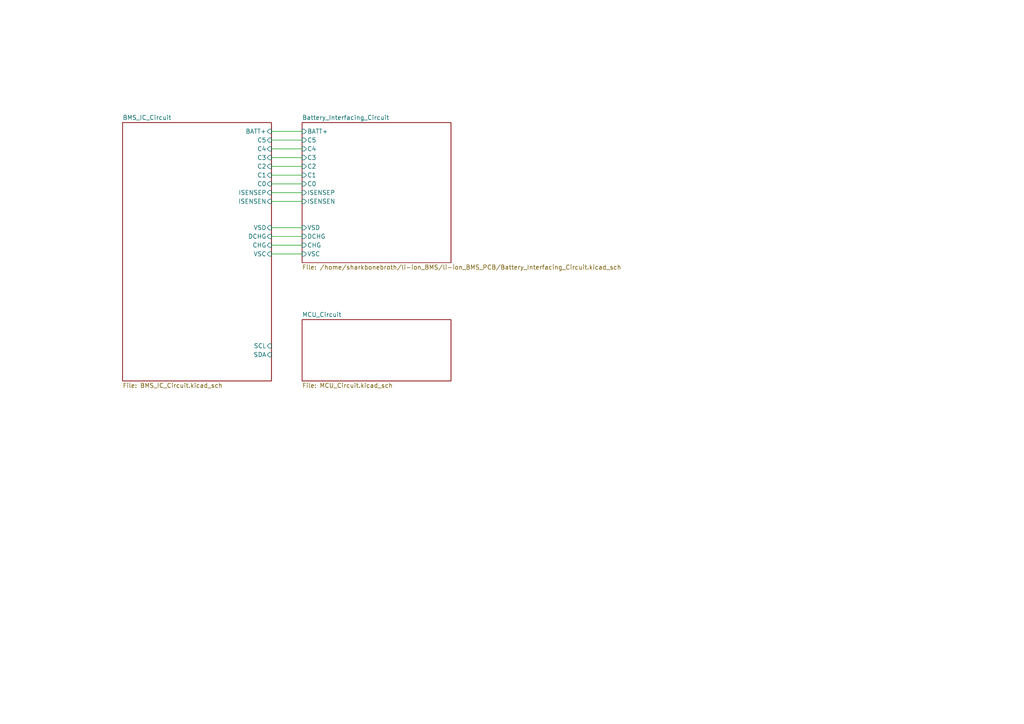
<source format=kicad_sch>
(kicad_sch
	(version 20231120)
	(generator "eeschema")
	(generator_version "8.0")
	(uuid "687b74a1-dab0-4ea7-bc7a-d8314bb038f6")
	(paper "A4")
	(lib_symbols)
	(wire
		(pts
			(xy 78.74 53.34) (xy 87.63 53.34)
		)
		(stroke
			(width 0)
			(type default)
		)
		(uuid "08da924d-2523-4411-a404-1e43cb5dcb97")
	)
	(wire
		(pts
			(xy 78.74 73.66) (xy 87.63 73.66)
		)
		(stroke
			(width 0)
			(type default)
		)
		(uuid "2446271a-a3ba-42f1-a75f-6f89cd2e2b1c")
	)
	(wire
		(pts
			(xy 78.74 48.26) (xy 87.63 48.26)
		)
		(stroke
			(width 0)
			(type default)
		)
		(uuid "24f19527-e65d-4c57-a5dc-c6bc351b6ead")
	)
	(wire
		(pts
			(xy 78.74 38.1) (xy 87.63 38.1)
		)
		(stroke
			(width 0)
			(type default)
		)
		(uuid "2966b542-bad7-4cc7-8074-c73f095a8c29")
	)
	(wire
		(pts
			(xy 78.74 45.72) (xy 87.63 45.72)
		)
		(stroke
			(width 0)
			(type default)
		)
		(uuid "65867e40-2071-4663-9156-e43182127e3c")
	)
	(wire
		(pts
			(xy 78.74 66.04) (xy 87.63 66.04)
		)
		(stroke
			(width 0)
			(type default)
		)
		(uuid "67f9d4a6-d165-4b82-9032-c52d5c39e0ba")
	)
	(wire
		(pts
			(xy 78.74 58.42) (xy 87.63 58.42)
		)
		(stroke
			(width 0)
			(type default)
		)
		(uuid "6bd9cfa8-6e7c-42be-bd7f-7d82d31d4307")
	)
	(wire
		(pts
			(xy 78.74 55.88) (xy 87.63 55.88)
		)
		(stroke
			(width 0)
			(type default)
		)
		(uuid "6fb4b10e-f872-49d5-a03b-5a82dd43698b")
	)
	(wire
		(pts
			(xy 78.74 43.18) (xy 87.63 43.18)
		)
		(stroke
			(width 0)
			(type default)
		)
		(uuid "8b1589f6-48c6-4128-aa1c-8d4a4cfbdb8e")
	)
	(wire
		(pts
			(xy 78.74 40.64) (xy 87.63 40.64)
		)
		(stroke
			(width 0)
			(type default)
		)
		(uuid "933cc0ba-73e7-48b5-804b-50c8b1454539")
	)
	(wire
		(pts
			(xy 78.74 68.58) (xy 87.63 68.58)
		)
		(stroke
			(width 0)
			(type default)
		)
		(uuid "986ff61f-31d0-48fc-ad30-3af9668a8232")
	)
	(wire
		(pts
			(xy 78.74 71.12) (xy 87.63 71.12)
		)
		(stroke
			(width 0)
			(type default)
		)
		(uuid "cc5fbf9f-fefa-4b33-9d20-52507e105453")
	)
	(wire
		(pts
			(xy 78.74 50.8) (xy 87.63 50.8)
		)
		(stroke
			(width 0)
			(type default)
		)
		(uuid "dbeceeff-69c0-402a-bc1b-675df1021ad5")
	)
	(sheet
		(at 35.56 35.56)
		(size 43.18 74.93)
		(fields_autoplaced yes)
		(stroke
			(width 0.1524)
			(type solid)
		)
		(fill
			(color 0 0 0 0.0000)
		)
		(uuid "7b826ee5-3be2-4e85-927f-bea35bc493f6")
		(property "Sheetname" "BMS_IC_Circuit"
			(at 35.56 34.8484 0)
			(effects
				(font
					(size 1.27 1.27)
				)
				(justify left bottom)
			)
		)
		(property "Sheetfile" "BMS_IC_Circuit.kicad_sch"
			(at 35.56 111.0746 0)
			(effects
				(font
					(size 1.27 1.27)
				)
				(justify left top)
			)
		)
		(pin "SDA" input
			(at 78.74 102.87 0)
			(effects
				(font
					(size 1.27 1.27)
				)
				(justify right)
			)
			(uuid "68c9d9b8-25d7-4a83-8da1-4b6364fa8edf")
		)
		(pin "SCL" input
			(at 78.74 100.33 0)
			(effects
				(font
					(size 1.27 1.27)
				)
				(justify right)
			)
			(uuid "5ba259c3-9e4d-4307-9741-c0793897ee1b")
		)
		(pin "C3" input
			(at 78.74 45.72 0)
			(effects
				(font
					(size 1.27 1.27)
				)
				(justify right)
			)
			(uuid "a64ace25-8a0e-4055-bcd4-4babaaa7ff09")
		)
		(pin "C5" input
			(at 78.74 40.64 0)
			(effects
				(font
					(size 1.27 1.27)
				)
				(justify right)
			)
			(uuid "85d4c28a-1e59-4844-b941-7cac8185ebb4")
		)
		(pin "BATT+" input
			(at 78.74 38.1 0)
			(effects
				(font
					(size 1.27 1.27)
				)
				(justify right)
			)
			(uuid "b4db3706-f44a-4352-a5b1-02a18f437508")
		)
		(pin "C4" input
			(at 78.74 43.18 0)
			(effects
				(font
					(size 1.27 1.27)
				)
				(justify right)
			)
			(uuid "a79bcb82-ad4b-41a8-b6a2-4463e41003ef")
		)
		(pin "ISENSEN" input
			(at 78.74 58.42 0)
			(effects
				(font
					(size 1.27 1.27)
				)
				(justify right)
			)
			(uuid "a69f090a-a5ea-4ec3-807c-940af268e7a6")
		)
		(pin "C2" input
			(at 78.74 48.26 0)
			(effects
				(font
					(size 1.27 1.27)
				)
				(justify right)
			)
			(uuid "86d8b411-dd7f-4b0e-96ee-97bceade04c0")
		)
		(pin "C1" input
			(at 78.74 50.8 0)
			(effects
				(font
					(size 1.27 1.27)
				)
				(justify right)
			)
			(uuid "965985a5-22a8-4b21-b1be-1e1505ce9046")
		)
		(pin "C0" input
			(at 78.74 53.34 0)
			(effects
				(font
					(size 1.27 1.27)
				)
				(justify right)
			)
			(uuid "af811cba-6f25-4110-95f3-14c3f2e77962")
		)
		(pin "ISENSEP" input
			(at 78.74 55.88 0)
			(effects
				(font
					(size 1.27 1.27)
				)
				(justify right)
			)
			(uuid "21f88889-5fd2-46df-b1b3-e6082de2e858")
		)
		(pin "VSD" input
			(at 78.74 66.04 0)
			(effects
				(font
					(size 1.27 1.27)
				)
				(justify right)
			)
			(uuid "9728b973-5d24-465a-a66d-49807169fe8d")
		)
		(pin "DCHG" input
			(at 78.74 68.58 0)
			(effects
				(font
					(size 1.27 1.27)
				)
				(justify right)
			)
			(uuid "73dfc633-08da-4a7e-8517-e3301deffbfe")
		)
		(pin "CHG" input
			(at 78.74 71.12 0)
			(effects
				(font
					(size 1.27 1.27)
				)
				(justify right)
			)
			(uuid "24b7fda8-b056-457b-8993-ac08530de4f0")
		)
		(pin "VSC" input
			(at 78.74 73.66 0)
			(effects
				(font
					(size 1.27 1.27)
				)
				(justify right)
			)
			(uuid "8a03433b-9786-4546-a0fe-4f0a8369650c")
		)
		(instances
			(project "li-ion_BMS_PCB"
				(path "/687b74a1-dab0-4ea7-bc7a-d8314bb038f6"
					(page "2")
				)
			)
		)
	)
	(sheet
		(at 87.63 92.71)
		(size 43.18 17.78)
		(fields_autoplaced yes)
		(stroke
			(width 0.1524)
			(type solid)
		)
		(fill
			(color 0 0 0 0.0000)
		)
		(uuid "b17c5014-9d35-4ee2-83a1-c521429ccae1")
		(property "Sheetname" "MCU_Circuit"
			(at 87.63 91.9984 0)
			(effects
				(font
					(size 1.27 1.27)
				)
				(justify left bottom)
			)
		)
		(property "Sheetfile" "MCU_Circuit.kicad_sch"
			(at 87.63 111.0746 0)
			(effects
				(font
					(size 1.27 1.27)
				)
				(justify left top)
			)
		)
		(instances
			(project "li-ion_BMS_PCB"
				(path "/687b74a1-dab0-4ea7-bc7a-d8314bb038f6"
					(page "3")
				)
			)
		)
	)
	(sheet
		(at 87.63 35.56)
		(size 43.18 40.64)
		(fields_autoplaced yes)
		(stroke
			(width 0.1524)
			(type solid)
		)
		(fill
			(color 0 0 0 0.0000)
		)
		(uuid "fd4656bf-8316-4c48-a787-d6f0e00440d2")
		(property "Sheetname" "Battery_Interfacing_Circuit"
			(at 87.63 34.8484 0)
			(effects
				(font
					(size 1.27 1.27)
				)
				(justify left bottom)
			)
		)
		(property "Sheetfile" "/home/sharkbonebroth/li-ion_BMS/li-ion_BMS_PCB/Battery_Interfacing_Circuit.kicad_sch"
			(at 87.63 76.7846 0)
			(effects
				(font
					(size 1.27 1.27)
				)
				(justify left top)
			)
		)
		(pin "BATT+" input
			(at 87.63 38.1 180)
			(effects
				(font
					(size 1.27 1.27)
				)
				(justify left)
			)
			(uuid "c437b2b9-e047-4b91-ac22-b7545b1d35f1")
		)
		(pin "C2" input
			(at 87.63 48.26 180)
			(effects
				(font
					(size 1.27 1.27)
				)
				(justify left)
			)
			(uuid "bd948cb5-6f21-41b9-b7f8-ea78263d9b25")
		)
		(pin "C3" input
			(at 87.63 45.72 180)
			(effects
				(font
					(size 1.27 1.27)
				)
				(justify left)
			)
			(uuid "e5ca4f7a-5259-4e34-8dd6-0053d50e133d")
		)
		(pin "C4" input
			(at 87.63 43.18 180)
			(effects
				(font
					(size 1.27 1.27)
				)
				(justify left)
			)
			(uuid "43b6fdbe-e4a7-4a3a-af2a-384070d7e7b8")
		)
		(pin "C5" input
			(at 87.63 40.64 180)
			(effects
				(font
					(size 1.27 1.27)
				)
				(justify left)
			)
			(uuid "7529a5a9-df62-47db-970c-5d0c570618e8")
		)
		(pin "ISENSEN" input
			(at 87.63 58.42 180)
			(effects
				(font
					(size 1.27 1.27)
				)
				(justify left)
			)
			(uuid "70c82c21-4112-4947-a745-338b003658d2")
		)
		(pin "C1" input
			(at 87.63 50.8 180)
			(effects
				(font
					(size 1.27 1.27)
				)
				(justify left)
			)
			(uuid "a41e029a-66d9-4deb-a6e0-b64c3e7efe00")
		)
		(pin "ISENSEP" input
			(at 87.63 55.88 180)
			(effects
				(font
					(size 1.27 1.27)
				)
				(justify left)
			)
			(uuid "ee574857-fe0b-4a9b-ab5d-23e00c54bb3b")
		)
		(pin "C0" input
			(at 87.63 53.34 180)
			(effects
				(font
					(size 1.27 1.27)
				)
				(justify left)
			)
			(uuid "fc2e59c2-4a63-4e2c-9267-47951ee1e411")
		)
		(pin "VSC" input
			(at 87.63 73.66 180)
			(effects
				(font
					(size 1.27 1.27)
				)
				(justify left)
			)
			(uuid "f97b5930-2c92-4330-90d7-d9500b89adbf")
		)
		(pin "VSD" input
			(at 87.63 66.04 180)
			(effects
				(font
					(size 1.27 1.27)
				)
				(justify left)
			)
			(uuid "4f475c38-9430-4de8-b3c9-c25b51589ca6")
		)
		(pin "DCHG" input
			(at 87.63 68.58 180)
			(effects
				(font
					(size 1.27 1.27)
				)
				(justify left)
			)
			(uuid "551f36ec-0748-48a5-ac11-d921716f8ad1")
		)
		(pin "CHG" input
			(at 87.63 71.12 180)
			(effects
				(font
					(size 1.27 1.27)
				)
				(justify left)
			)
			(uuid "49afef1c-9a2d-4931-9bbf-ec995a55007f")
		)
		(instances
			(project "li-ion_BMS_PCB"
				(path "/687b74a1-dab0-4ea7-bc7a-d8314bb038f6"
					(page "4")
				)
			)
		)
	)
	(sheet_instances
		(path "/"
			(page "1")
		)
	)
)

</source>
